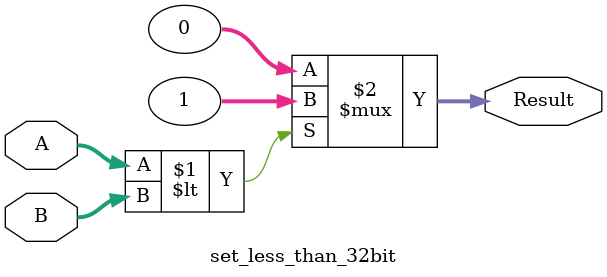
<source format=v>
module set_less_than_32bit(
    input [31:0] A,
    input [31:0] B,
    output [31:0] Result
);
    assign Result = (A < B) ? 32'b1 : 32'b0;
endmodule
</source>
